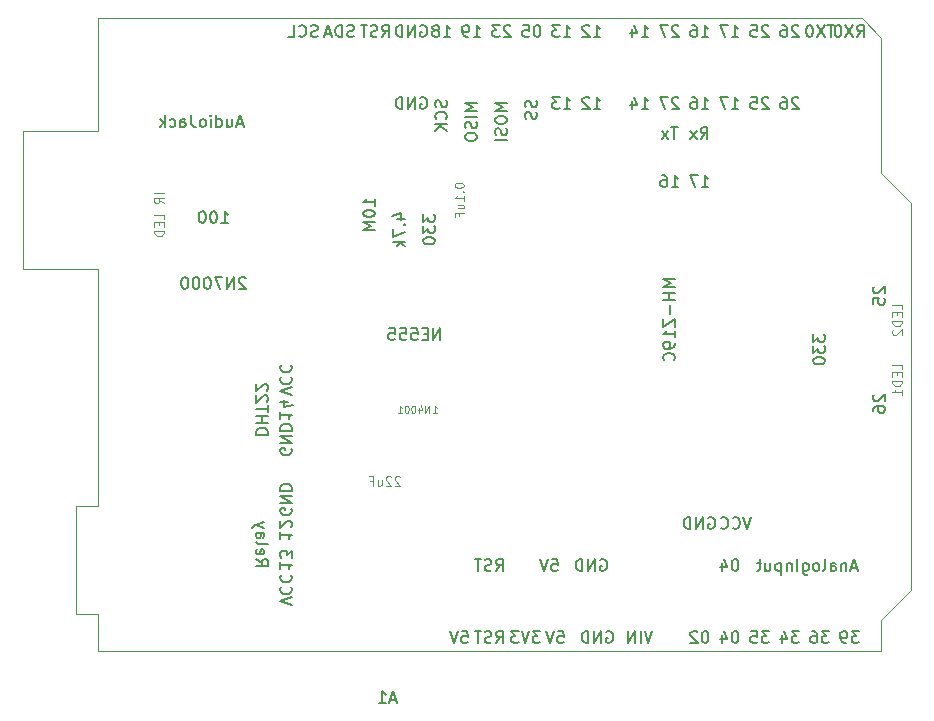
<source format=gbo>
%TF.GenerationSoftware,KiCad,Pcbnew,(5.1.12)-1*%
%TF.CreationDate,2022-07-01T18:07:02+09:00*%
%TF.ProjectId,WemosD1Shield,57656d6f-7344-4315-9368-69656c642e6b,rev?*%
%TF.SameCoordinates,Original*%
%TF.FileFunction,Legend,Bot*%
%TF.FilePolarity,Positive*%
%FSLAX46Y46*%
G04 Gerber Fmt 4.6, Leading zero omitted, Abs format (unit mm)*
G04 Created by KiCad (PCBNEW (5.1.12)-1) date 2022-07-01 18:07:02*
%MOMM*%
%LPD*%
G01*
G04 APERTURE LIST*
%ADD10C,0.150000*%
%ADD11C,0.120000*%
%ADD12C,0.114000*%
%ADD13C,0.091200*%
G04 APERTURE END LIST*
D10*
X179887619Y-115570095D02*
X179840000Y-115617714D01*
X179792380Y-115712952D01*
X179792380Y-115951047D01*
X179840000Y-116046285D01*
X179887619Y-116093904D01*
X179982857Y-116141523D01*
X180078095Y-116141523D01*
X180220952Y-116093904D01*
X180792380Y-115522476D01*
X180792380Y-116141523D01*
X179792380Y-116998666D02*
X179792380Y-116808190D01*
X179840000Y-116712952D01*
X179887619Y-116665333D01*
X180030476Y-116570095D01*
X180220952Y-116522476D01*
X180601904Y-116522476D01*
X180697142Y-116570095D01*
X180744761Y-116617714D01*
X180792380Y-116712952D01*
X180792380Y-116903428D01*
X180744761Y-116998666D01*
X180697142Y-117046285D01*
X180601904Y-117093904D01*
X180363809Y-117093904D01*
X180268571Y-117046285D01*
X180220952Y-116998666D01*
X180173333Y-116903428D01*
X180173333Y-116712952D01*
X180220952Y-116617714D01*
X180268571Y-116570095D01*
X180363809Y-116522476D01*
X179887619Y-106426095D02*
X179840000Y-106473714D01*
X179792380Y-106568952D01*
X179792380Y-106807047D01*
X179840000Y-106902285D01*
X179887619Y-106949904D01*
X179982857Y-106997523D01*
X180078095Y-106997523D01*
X180220952Y-106949904D01*
X180792380Y-106378476D01*
X180792380Y-106997523D01*
X179792380Y-107902285D02*
X179792380Y-107426095D01*
X180268571Y-107378476D01*
X180220952Y-107426095D01*
X180173333Y-107521333D01*
X180173333Y-107759428D01*
X180220952Y-107854666D01*
X180268571Y-107902285D01*
X180363809Y-107949904D01*
X180601904Y-107949904D01*
X180697142Y-107902285D01*
X180744761Y-107854666D01*
X180792380Y-107759428D01*
X180792380Y-107521333D01*
X180744761Y-107426095D01*
X180697142Y-107378476D01*
X162750476Y-97988380D02*
X163321904Y-97988380D01*
X163036190Y-97988380D02*
X163036190Y-96988380D01*
X163131428Y-97131238D01*
X163226666Y-97226476D01*
X163321904Y-97274095D01*
X161893333Y-96988380D02*
X162083809Y-96988380D01*
X162179047Y-97036000D01*
X162226666Y-97083619D01*
X162321904Y-97226476D01*
X162369523Y-97416952D01*
X162369523Y-97797904D01*
X162321904Y-97893142D01*
X162274285Y-97940761D01*
X162179047Y-97988380D01*
X161988571Y-97988380D01*
X161893333Y-97940761D01*
X161845714Y-97893142D01*
X161798095Y-97797904D01*
X161798095Y-97559809D01*
X161845714Y-97464571D01*
X161893333Y-97416952D01*
X161988571Y-97369333D01*
X162179047Y-97369333D01*
X162274285Y-97416952D01*
X162321904Y-97464571D01*
X162369523Y-97559809D01*
X165290476Y-97988380D02*
X165861904Y-97988380D01*
X165576190Y-97988380D02*
X165576190Y-96988380D01*
X165671428Y-97131238D01*
X165766666Y-97226476D01*
X165861904Y-97274095D01*
X164957142Y-96988380D02*
X164290476Y-96988380D01*
X164719047Y-97988380D01*
X130548000Y-125221904D02*
X130595619Y-125317142D01*
X130595619Y-125460000D01*
X130548000Y-125602857D01*
X130452761Y-125698095D01*
X130357523Y-125745714D01*
X130167047Y-125793333D01*
X130024190Y-125793333D01*
X129833714Y-125745714D01*
X129738476Y-125698095D01*
X129643238Y-125602857D01*
X129595619Y-125460000D01*
X129595619Y-125364761D01*
X129643238Y-125221904D01*
X129690857Y-125174285D01*
X130024190Y-125174285D01*
X130024190Y-125364761D01*
X129595619Y-124745714D02*
X130595619Y-124745714D01*
X129595619Y-124174285D01*
X130595619Y-124174285D01*
X129595619Y-123698095D02*
X130595619Y-123698095D01*
X130595619Y-123460000D01*
X130548000Y-123317142D01*
X130452761Y-123221904D01*
X130357523Y-123174285D01*
X130167047Y-123126666D01*
X130024190Y-123126666D01*
X129833714Y-123174285D01*
X129738476Y-123221904D01*
X129643238Y-123317142D01*
X129595619Y-123460000D01*
X129595619Y-123698095D01*
X130595619Y-133413333D02*
X129595619Y-133080000D01*
X130595619Y-132746666D01*
X129690857Y-131841904D02*
X129643238Y-131889523D01*
X129595619Y-132032380D01*
X129595619Y-132127619D01*
X129643238Y-132270476D01*
X129738476Y-132365714D01*
X129833714Y-132413333D01*
X130024190Y-132460952D01*
X130167047Y-132460952D01*
X130357523Y-132413333D01*
X130452761Y-132365714D01*
X130548000Y-132270476D01*
X130595619Y-132127619D01*
X130595619Y-132032380D01*
X130548000Y-131889523D01*
X130500380Y-131841904D01*
X129690857Y-130841904D02*
X129643238Y-130889523D01*
X129595619Y-131032380D01*
X129595619Y-131127619D01*
X129643238Y-131270476D01*
X129738476Y-131365714D01*
X129833714Y-131413333D01*
X130024190Y-131460952D01*
X130167047Y-131460952D01*
X130357523Y-131413333D01*
X130452761Y-131365714D01*
X130548000Y-131270476D01*
X130595619Y-131127619D01*
X130595619Y-131032380D01*
X130548000Y-130889523D01*
X130500380Y-130841904D01*
X129595619Y-127190476D02*
X129595619Y-127761904D01*
X129595619Y-127476190D02*
X130595619Y-127476190D01*
X130452761Y-127571428D01*
X130357523Y-127666666D01*
X130309904Y-127761904D01*
X130500380Y-126809523D02*
X130548000Y-126761904D01*
X130595619Y-126666666D01*
X130595619Y-126428571D01*
X130548000Y-126333333D01*
X130500380Y-126285714D01*
X130405142Y-126238095D01*
X130309904Y-126238095D01*
X130167047Y-126285714D01*
X129595619Y-126857142D01*
X129595619Y-126238095D01*
X129595619Y-129730476D02*
X129595619Y-130301904D01*
X129595619Y-130016190D02*
X130595619Y-130016190D01*
X130452761Y-130111428D01*
X130357523Y-130206666D01*
X130309904Y-130301904D01*
X130595619Y-129397142D02*
X130595619Y-128778095D01*
X130214666Y-129111428D01*
X130214666Y-128968571D01*
X130167047Y-128873333D01*
X130119428Y-128825714D01*
X130024190Y-128778095D01*
X129786095Y-128778095D01*
X129690857Y-128825714D01*
X129643238Y-128873333D01*
X129595619Y-128968571D01*
X129595619Y-129254285D01*
X129643238Y-129349523D01*
X129690857Y-129397142D01*
X129595619Y-117030476D02*
X129595619Y-117601904D01*
X129595619Y-117316190D02*
X130595619Y-117316190D01*
X130452761Y-117411428D01*
X130357523Y-117506666D01*
X130309904Y-117601904D01*
X130262285Y-116173333D02*
X129595619Y-116173333D01*
X130643238Y-116411428D02*
X129928952Y-116649523D01*
X129928952Y-116030476D01*
X130548000Y-120141904D02*
X130595619Y-120237142D01*
X130595619Y-120380000D01*
X130548000Y-120522857D01*
X130452761Y-120618095D01*
X130357523Y-120665714D01*
X130167047Y-120713333D01*
X130024190Y-120713333D01*
X129833714Y-120665714D01*
X129738476Y-120618095D01*
X129643238Y-120522857D01*
X129595619Y-120380000D01*
X129595619Y-120284761D01*
X129643238Y-120141904D01*
X129690857Y-120094285D01*
X130024190Y-120094285D01*
X130024190Y-120284761D01*
X129595619Y-119665714D02*
X130595619Y-119665714D01*
X129595619Y-119094285D01*
X130595619Y-119094285D01*
X129595619Y-118618095D02*
X130595619Y-118618095D01*
X130595619Y-118380000D01*
X130548000Y-118237142D01*
X130452761Y-118141904D01*
X130357523Y-118094285D01*
X130167047Y-118046666D01*
X130024190Y-118046666D01*
X129833714Y-118094285D01*
X129738476Y-118141904D01*
X129643238Y-118237142D01*
X129595619Y-118380000D01*
X129595619Y-118618095D01*
X130595619Y-115633333D02*
X129595619Y-115300000D01*
X130595619Y-114966666D01*
X129690857Y-114061904D02*
X129643238Y-114109523D01*
X129595619Y-114252380D01*
X129595619Y-114347619D01*
X129643238Y-114490476D01*
X129738476Y-114585714D01*
X129833714Y-114633333D01*
X130024190Y-114680952D01*
X130167047Y-114680952D01*
X130357523Y-114633333D01*
X130452761Y-114585714D01*
X130548000Y-114490476D01*
X130595619Y-114347619D01*
X130595619Y-114252380D01*
X130548000Y-114109523D01*
X130500380Y-114061904D01*
X129690857Y-113061904D02*
X129643238Y-113109523D01*
X129595619Y-113252380D01*
X129595619Y-113347619D01*
X129643238Y-113490476D01*
X129738476Y-113585714D01*
X129833714Y-113633333D01*
X130024190Y-113680952D01*
X130167047Y-113680952D01*
X130357523Y-113633333D01*
X130452761Y-113585714D01*
X130548000Y-113490476D01*
X130595619Y-113347619D01*
X130595619Y-113252380D01*
X130548000Y-113109523D01*
X130500380Y-113061904D01*
X169481333Y-125944380D02*
X169148000Y-126944380D01*
X168814666Y-125944380D01*
X167909904Y-126849142D02*
X167957523Y-126896761D01*
X168100380Y-126944380D01*
X168195619Y-126944380D01*
X168338476Y-126896761D01*
X168433714Y-126801523D01*
X168481333Y-126706285D01*
X168528952Y-126515809D01*
X168528952Y-126372952D01*
X168481333Y-126182476D01*
X168433714Y-126087238D01*
X168338476Y-125992000D01*
X168195619Y-125944380D01*
X168100380Y-125944380D01*
X167957523Y-125992000D01*
X167909904Y-126039619D01*
X166909904Y-126849142D02*
X166957523Y-126896761D01*
X167100380Y-126944380D01*
X167195619Y-126944380D01*
X167338476Y-126896761D01*
X167433714Y-126801523D01*
X167481333Y-126706285D01*
X167528952Y-126515809D01*
X167528952Y-126372952D01*
X167481333Y-126182476D01*
X167433714Y-126087238D01*
X167338476Y-125992000D01*
X167195619Y-125944380D01*
X167100380Y-125944380D01*
X166957523Y-125992000D01*
X166909904Y-126039619D01*
X165861904Y-125992000D02*
X165957142Y-125944380D01*
X166100000Y-125944380D01*
X166242857Y-125992000D01*
X166338095Y-126087238D01*
X166385714Y-126182476D01*
X166433333Y-126372952D01*
X166433333Y-126515809D01*
X166385714Y-126706285D01*
X166338095Y-126801523D01*
X166242857Y-126896761D01*
X166100000Y-126944380D01*
X166004761Y-126944380D01*
X165861904Y-126896761D01*
X165814285Y-126849142D01*
X165814285Y-126515809D01*
X166004761Y-126515809D01*
X165385714Y-126944380D02*
X165385714Y-125944380D01*
X164814285Y-126944380D01*
X164814285Y-125944380D01*
X164338095Y-126944380D02*
X164338095Y-125944380D01*
X164100000Y-125944380D01*
X163957142Y-125992000D01*
X163861904Y-126087238D01*
X163814285Y-126182476D01*
X163766666Y-126372952D01*
X163766666Y-126515809D01*
X163814285Y-126706285D01*
X163861904Y-126801523D01*
X163957142Y-126896761D01*
X164100000Y-126944380D01*
X164338095Y-126944380D01*
X148788380Y-90884571D02*
X147788380Y-90884571D01*
X148502666Y-91217904D01*
X147788380Y-91551238D01*
X148788380Y-91551238D01*
X147788380Y-92217904D02*
X147788380Y-92408380D01*
X147836000Y-92503619D01*
X147931238Y-92598857D01*
X148121714Y-92646476D01*
X148455047Y-92646476D01*
X148645523Y-92598857D01*
X148740761Y-92503619D01*
X148788380Y-92408380D01*
X148788380Y-92217904D01*
X148740761Y-92122666D01*
X148645523Y-92027428D01*
X148455047Y-91979809D01*
X148121714Y-91979809D01*
X147931238Y-92027428D01*
X147836000Y-92122666D01*
X147788380Y-92217904D01*
X148740761Y-93027428D02*
X148788380Y-93170285D01*
X148788380Y-93408380D01*
X148740761Y-93503619D01*
X148693142Y-93551238D01*
X148597904Y-93598857D01*
X148502666Y-93598857D01*
X148407428Y-93551238D01*
X148359809Y-93503619D01*
X148312190Y-93408380D01*
X148264571Y-93217904D01*
X148216952Y-93122666D01*
X148169333Y-93075047D01*
X148074095Y-93027428D01*
X147978857Y-93027428D01*
X147883619Y-93075047D01*
X147836000Y-93122666D01*
X147788380Y-93217904D01*
X147788380Y-93456000D01*
X147836000Y-93598857D01*
X148788380Y-94027428D02*
X147788380Y-94027428D01*
X143660761Y-90662285D02*
X143708380Y-90805142D01*
X143708380Y-91043238D01*
X143660761Y-91138476D01*
X143613142Y-91186095D01*
X143517904Y-91233714D01*
X143422666Y-91233714D01*
X143327428Y-91186095D01*
X143279809Y-91138476D01*
X143232190Y-91043238D01*
X143184571Y-90852761D01*
X143136952Y-90757523D01*
X143089333Y-90709904D01*
X142994095Y-90662285D01*
X142898857Y-90662285D01*
X142803619Y-90709904D01*
X142756000Y-90757523D01*
X142708380Y-90852761D01*
X142708380Y-91090857D01*
X142756000Y-91233714D01*
X143613142Y-92233714D02*
X143660761Y-92186095D01*
X143708380Y-92043238D01*
X143708380Y-91948000D01*
X143660761Y-91805142D01*
X143565523Y-91709904D01*
X143470285Y-91662285D01*
X143279809Y-91614666D01*
X143136952Y-91614666D01*
X142946476Y-91662285D01*
X142851238Y-91709904D01*
X142756000Y-91805142D01*
X142708380Y-91948000D01*
X142708380Y-92043238D01*
X142756000Y-92186095D01*
X142803619Y-92233714D01*
X143708380Y-92662285D02*
X142708380Y-92662285D01*
X143708380Y-93233714D02*
X143136952Y-92805142D01*
X142708380Y-93233714D02*
X143279809Y-92662285D01*
X146248380Y-90884571D02*
X145248380Y-90884571D01*
X145962666Y-91217904D01*
X145248380Y-91551238D01*
X146248380Y-91551238D01*
X146248380Y-92027428D02*
X145248380Y-92027428D01*
X146200761Y-92456000D02*
X146248380Y-92598857D01*
X146248380Y-92836952D01*
X146200761Y-92932190D01*
X146153142Y-92979809D01*
X146057904Y-93027428D01*
X145962666Y-93027428D01*
X145867428Y-92979809D01*
X145819809Y-92932190D01*
X145772190Y-92836952D01*
X145724571Y-92646476D01*
X145676952Y-92551238D01*
X145629333Y-92503619D01*
X145534095Y-92456000D01*
X145438857Y-92456000D01*
X145343619Y-92503619D01*
X145296000Y-92551238D01*
X145248380Y-92646476D01*
X145248380Y-92884571D01*
X145296000Y-93027428D01*
X145248380Y-93646476D02*
X145248380Y-93836952D01*
X145296000Y-93932190D01*
X145391238Y-94027428D01*
X145581714Y-94075047D01*
X145915047Y-94075047D01*
X146105523Y-94027428D01*
X146200761Y-93932190D01*
X146248380Y-93836952D01*
X146248380Y-93646476D01*
X146200761Y-93551238D01*
X146105523Y-93456000D01*
X145915047Y-93408380D01*
X145581714Y-93408380D01*
X145391238Y-93456000D01*
X145296000Y-93551238D01*
X145248380Y-93646476D01*
X151280761Y-90678095D02*
X151328380Y-90820952D01*
X151328380Y-91059047D01*
X151280761Y-91154285D01*
X151233142Y-91201904D01*
X151137904Y-91249523D01*
X151042666Y-91249523D01*
X150947428Y-91201904D01*
X150899809Y-91154285D01*
X150852190Y-91059047D01*
X150804571Y-90868571D01*
X150756952Y-90773333D01*
X150709333Y-90725714D01*
X150614095Y-90678095D01*
X150518857Y-90678095D01*
X150423619Y-90725714D01*
X150376000Y-90773333D01*
X150328380Y-90868571D01*
X150328380Y-91106666D01*
X150376000Y-91249523D01*
X151280761Y-91630476D02*
X151328380Y-91773333D01*
X151328380Y-92011428D01*
X151280761Y-92106666D01*
X151233142Y-92154285D01*
X151137904Y-92201904D01*
X151042666Y-92201904D01*
X150947428Y-92154285D01*
X150899809Y-92106666D01*
X150852190Y-92011428D01*
X150804571Y-91820952D01*
X150756952Y-91725714D01*
X150709333Y-91678095D01*
X150614095Y-91630476D01*
X150518857Y-91630476D01*
X150423619Y-91678095D01*
X150376000Y-91725714D01*
X150328380Y-91820952D01*
X150328380Y-92059047D01*
X150376000Y-92201904D01*
X178434476Y-130214666D02*
X177958285Y-130214666D01*
X178529714Y-130500380D02*
X178196380Y-129500380D01*
X177863047Y-130500380D01*
X177529714Y-129833714D02*
X177529714Y-130500380D01*
X177529714Y-129928952D02*
X177482095Y-129881333D01*
X177386857Y-129833714D01*
X177244000Y-129833714D01*
X177148761Y-129881333D01*
X177101142Y-129976571D01*
X177101142Y-130500380D01*
X176196380Y-130500380D02*
X176196380Y-129976571D01*
X176244000Y-129881333D01*
X176339238Y-129833714D01*
X176529714Y-129833714D01*
X176624952Y-129881333D01*
X176196380Y-130452761D02*
X176291619Y-130500380D01*
X176529714Y-130500380D01*
X176624952Y-130452761D01*
X176672571Y-130357523D01*
X176672571Y-130262285D01*
X176624952Y-130167047D01*
X176529714Y-130119428D01*
X176291619Y-130119428D01*
X176196380Y-130071809D01*
X175577333Y-130500380D02*
X175672571Y-130452761D01*
X175720190Y-130357523D01*
X175720190Y-129500380D01*
X175053523Y-130500380D02*
X175148761Y-130452761D01*
X175196380Y-130405142D01*
X175244000Y-130309904D01*
X175244000Y-130024190D01*
X175196380Y-129928952D01*
X175148761Y-129881333D01*
X175053523Y-129833714D01*
X174910666Y-129833714D01*
X174815428Y-129881333D01*
X174767809Y-129928952D01*
X174720190Y-130024190D01*
X174720190Y-130309904D01*
X174767809Y-130405142D01*
X174815428Y-130452761D01*
X174910666Y-130500380D01*
X175053523Y-130500380D01*
X173863047Y-129833714D02*
X173863047Y-130643238D01*
X173910666Y-130738476D01*
X173958285Y-130786095D01*
X174053523Y-130833714D01*
X174196380Y-130833714D01*
X174291619Y-130786095D01*
X173863047Y-130452761D02*
X173958285Y-130500380D01*
X174148761Y-130500380D01*
X174244000Y-130452761D01*
X174291619Y-130405142D01*
X174339238Y-130309904D01*
X174339238Y-130024190D01*
X174291619Y-129928952D01*
X174244000Y-129881333D01*
X174148761Y-129833714D01*
X173958285Y-129833714D01*
X173863047Y-129881333D01*
X173386857Y-130500380D02*
X173386857Y-129500380D01*
X172910666Y-129833714D02*
X172910666Y-130500380D01*
X172910666Y-129928952D02*
X172863047Y-129881333D01*
X172767809Y-129833714D01*
X172624952Y-129833714D01*
X172529714Y-129881333D01*
X172482095Y-129976571D01*
X172482095Y-130500380D01*
X172005904Y-129833714D02*
X172005904Y-130833714D01*
X172005904Y-129881333D02*
X171910666Y-129833714D01*
X171720190Y-129833714D01*
X171624952Y-129881333D01*
X171577333Y-129928952D01*
X171529714Y-130024190D01*
X171529714Y-130309904D01*
X171577333Y-130405142D01*
X171624952Y-130452761D01*
X171720190Y-130500380D01*
X171910666Y-130500380D01*
X172005904Y-130452761D01*
X170672571Y-129833714D02*
X170672571Y-130500380D01*
X171101142Y-129833714D02*
X171101142Y-130357523D01*
X171053523Y-130452761D01*
X170958285Y-130500380D01*
X170815428Y-130500380D01*
X170720190Y-130452761D01*
X170672571Y-130405142D01*
X170339238Y-129833714D02*
X169958285Y-129833714D01*
X170196380Y-129500380D02*
X170196380Y-130357523D01*
X170148761Y-130452761D01*
X170053523Y-130500380D01*
X169958285Y-130500380D01*
X178609523Y-135596380D02*
X177990476Y-135596380D01*
X178323809Y-135977333D01*
X178180952Y-135977333D01*
X178085714Y-136024952D01*
X178038095Y-136072571D01*
X177990476Y-136167809D01*
X177990476Y-136405904D01*
X178038095Y-136501142D01*
X178085714Y-136548761D01*
X178180952Y-136596380D01*
X178466666Y-136596380D01*
X178561904Y-136548761D01*
X178609523Y-136501142D01*
X177514285Y-136596380D02*
X177323809Y-136596380D01*
X177228571Y-136548761D01*
X177180952Y-136501142D01*
X177085714Y-136358285D01*
X177038095Y-136167809D01*
X177038095Y-135786857D01*
X177085714Y-135691619D01*
X177133333Y-135644000D01*
X177228571Y-135596380D01*
X177419047Y-135596380D01*
X177514285Y-135644000D01*
X177561904Y-135691619D01*
X177609523Y-135786857D01*
X177609523Y-136024952D01*
X177561904Y-136120190D01*
X177514285Y-136167809D01*
X177419047Y-136215428D01*
X177228571Y-136215428D01*
X177133333Y-136167809D01*
X177085714Y-136120190D01*
X177038095Y-136024952D01*
X173529523Y-135596380D02*
X172910476Y-135596380D01*
X173243809Y-135977333D01*
X173100952Y-135977333D01*
X173005714Y-136024952D01*
X172958095Y-136072571D01*
X172910476Y-136167809D01*
X172910476Y-136405904D01*
X172958095Y-136501142D01*
X173005714Y-136548761D01*
X173100952Y-136596380D01*
X173386666Y-136596380D01*
X173481904Y-136548761D01*
X173529523Y-136501142D01*
X172053333Y-135929714D02*
X172053333Y-136596380D01*
X172291428Y-135548761D02*
X172529523Y-136263047D01*
X171910476Y-136263047D01*
X170989523Y-135596380D02*
X170370476Y-135596380D01*
X170703809Y-135977333D01*
X170560952Y-135977333D01*
X170465714Y-136024952D01*
X170418095Y-136072571D01*
X170370476Y-136167809D01*
X170370476Y-136405904D01*
X170418095Y-136501142D01*
X170465714Y-136548761D01*
X170560952Y-136596380D01*
X170846666Y-136596380D01*
X170941904Y-136548761D01*
X170989523Y-136501142D01*
X169465714Y-135596380D02*
X169941904Y-135596380D01*
X169989523Y-136072571D01*
X169941904Y-136024952D01*
X169846666Y-135977333D01*
X169608571Y-135977333D01*
X169513333Y-136024952D01*
X169465714Y-136072571D01*
X169418095Y-136167809D01*
X169418095Y-136405904D01*
X169465714Y-136501142D01*
X169513333Y-136548761D01*
X169608571Y-136596380D01*
X169846666Y-136596380D01*
X169941904Y-136548761D01*
X169989523Y-136501142D01*
X176069523Y-135596380D02*
X175450476Y-135596380D01*
X175783809Y-135977333D01*
X175640952Y-135977333D01*
X175545714Y-136024952D01*
X175498095Y-136072571D01*
X175450476Y-136167809D01*
X175450476Y-136405904D01*
X175498095Y-136501142D01*
X175545714Y-136548761D01*
X175640952Y-136596380D01*
X175926666Y-136596380D01*
X176021904Y-136548761D01*
X176069523Y-136501142D01*
X174593333Y-135596380D02*
X174783809Y-135596380D01*
X174879047Y-135644000D01*
X174926666Y-135691619D01*
X175021904Y-135834476D01*
X175069523Y-136024952D01*
X175069523Y-136405904D01*
X175021904Y-136501142D01*
X174974285Y-136548761D01*
X174879047Y-136596380D01*
X174688571Y-136596380D01*
X174593333Y-136548761D01*
X174545714Y-136501142D01*
X174498095Y-136405904D01*
X174498095Y-136167809D01*
X174545714Y-136072571D01*
X174593333Y-136024952D01*
X174688571Y-135977333D01*
X174879047Y-135977333D01*
X174974285Y-136024952D01*
X175021904Y-136072571D01*
X175069523Y-136167809D01*
X165623809Y-135596380D02*
X165528571Y-135596380D01*
X165433333Y-135644000D01*
X165385714Y-135691619D01*
X165338095Y-135786857D01*
X165290476Y-135977333D01*
X165290476Y-136215428D01*
X165338095Y-136405904D01*
X165385714Y-136501142D01*
X165433333Y-136548761D01*
X165528571Y-136596380D01*
X165623809Y-136596380D01*
X165719047Y-136548761D01*
X165766666Y-136501142D01*
X165814285Y-136405904D01*
X165861904Y-136215428D01*
X165861904Y-135977333D01*
X165814285Y-135786857D01*
X165766666Y-135691619D01*
X165719047Y-135644000D01*
X165623809Y-135596380D01*
X164909523Y-135691619D02*
X164861904Y-135644000D01*
X164766666Y-135596380D01*
X164528571Y-135596380D01*
X164433333Y-135644000D01*
X164385714Y-135691619D01*
X164338095Y-135786857D01*
X164338095Y-135882095D01*
X164385714Y-136024952D01*
X164957142Y-136596380D01*
X164338095Y-136596380D01*
X168163809Y-135596380D02*
X168068571Y-135596380D01*
X167973333Y-135644000D01*
X167925714Y-135691619D01*
X167878095Y-135786857D01*
X167830476Y-135977333D01*
X167830476Y-136215428D01*
X167878095Y-136405904D01*
X167925714Y-136501142D01*
X167973333Y-136548761D01*
X168068571Y-136596380D01*
X168163809Y-136596380D01*
X168259047Y-136548761D01*
X168306666Y-136501142D01*
X168354285Y-136405904D01*
X168401904Y-136215428D01*
X168401904Y-135977333D01*
X168354285Y-135786857D01*
X168306666Y-135691619D01*
X168259047Y-135644000D01*
X168163809Y-135596380D01*
X166973333Y-135929714D02*
X166973333Y-136596380D01*
X167211428Y-135548761D02*
X167449523Y-136263047D01*
X166830476Y-136263047D01*
X151606095Y-135596380D02*
X150987047Y-135596380D01*
X151320380Y-135977333D01*
X151177523Y-135977333D01*
X151082285Y-136024952D01*
X151034666Y-136072571D01*
X150987047Y-136167809D01*
X150987047Y-136405904D01*
X151034666Y-136501142D01*
X151082285Y-136548761D01*
X151177523Y-136596380D01*
X151463238Y-136596380D01*
X151558476Y-136548761D01*
X151606095Y-136501142D01*
X150701333Y-135596380D02*
X150368000Y-136596380D01*
X150034666Y-135596380D01*
X149796571Y-135596380D02*
X149177523Y-135596380D01*
X149510857Y-135977333D01*
X149368000Y-135977333D01*
X149272761Y-136024952D01*
X149225142Y-136072571D01*
X149177523Y-136167809D01*
X149177523Y-136405904D01*
X149225142Y-136501142D01*
X149272761Y-136548761D01*
X149368000Y-136596380D01*
X149653714Y-136596380D01*
X149748952Y-136548761D01*
X149796571Y-136501142D01*
X153098476Y-135596380D02*
X153574666Y-135596380D01*
X153622285Y-136072571D01*
X153574666Y-136024952D01*
X153479428Y-135977333D01*
X153241333Y-135977333D01*
X153146095Y-136024952D01*
X153098476Y-136072571D01*
X153050857Y-136167809D01*
X153050857Y-136405904D01*
X153098476Y-136501142D01*
X153146095Y-136548761D01*
X153241333Y-136596380D01*
X153479428Y-136596380D01*
X153574666Y-136548761D01*
X153622285Y-136501142D01*
X152765142Y-135596380D02*
X152431809Y-136596380D01*
X152098476Y-135596380D01*
X144970476Y-135596380D02*
X145446666Y-135596380D01*
X145494285Y-136072571D01*
X145446666Y-136024952D01*
X145351428Y-135977333D01*
X145113333Y-135977333D01*
X145018095Y-136024952D01*
X144970476Y-136072571D01*
X144922857Y-136167809D01*
X144922857Y-136405904D01*
X144970476Y-136501142D01*
X145018095Y-136548761D01*
X145113333Y-136596380D01*
X145351428Y-136596380D01*
X145446666Y-136548761D01*
X145494285Y-136501142D01*
X144637142Y-135596380D02*
X144303809Y-136596380D01*
X143970476Y-135596380D01*
X157225904Y-135644000D02*
X157321142Y-135596380D01*
X157464000Y-135596380D01*
X157606857Y-135644000D01*
X157702095Y-135739238D01*
X157749714Y-135834476D01*
X157797333Y-136024952D01*
X157797333Y-136167809D01*
X157749714Y-136358285D01*
X157702095Y-136453523D01*
X157606857Y-136548761D01*
X157464000Y-136596380D01*
X157368761Y-136596380D01*
X157225904Y-136548761D01*
X157178285Y-136501142D01*
X157178285Y-136167809D01*
X157368761Y-136167809D01*
X156749714Y-136596380D02*
X156749714Y-135596380D01*
X156178285Y-136596380D01*
X156178285Y-135596380D01*
X155702095Y-136596380D02*
X155702095Y-135596380D01*
X155464000Y-135596380D01*
X155321142Y-135644000D01*
X155225904Y-135739238D01*
X155178285Y-135834476D01*
X155130666Y-136024952D01*
X155130666Y-136167809D01*
X155178285Y-136358285D01*
X155225904Y-136453523D01*
X155321142Y-136548761D01*
X155464000Y-136596380D01*
X155702095Y-136596380D01*
X147867619Y-136596380D02*
X148200952Y-136120190D01*
X148439047Y-136596380D02*
X148439047Y-135596380D01*
X148058095Y-135596380D01*
X147962857Y-135644000D01*
X147915238Y-135691619D01*
X147867619Y-135786857D01*
X147867619Y-135929714D01*
X147915238Y-136024952D01*
X147962857Y-136072571D01*
X148058095Y-136120190D01*
X148439047Y-136120190D01*
X147486666Y-136548761D02*
X147343809Y-136596380D01*
X147105714Y-136596380D01*
X147010476Y-136548761D01*
X146962857Y-136501142D01*
X146915238Y-136405904D01*
X146915238Y-136310666D01*
X146962857Y-136215428D01*
X147010476Y-136167809D01*
X147105714Y-136120190D01*
X147296190Y-136072571D01*
X147391428Y-136024952D01*
X147439047Y-135977333D01*
X147486666Y-135882095D01*
X147486666Y-135786857D01*
X147439047Y-135691619D01*
X147391428Y-135644000D01*
X147296190Y-135596380D01*
X147058095Y-135596380D01*
X146915238Y-135644000D01*
X146629523Y-135596380D02*
X146058095Y-135596380D01*
X146343809Y-136596380D02*
X146343809Y-135596380D01*
X161115238Y-135596380D02*
X160781904Y-136596380D01*
X160448571Y-135596380D01*
X160115238Y-136596380D02*
X160115238Y-135596380D01*
X159639047Y-136596380D02*
X159639047Y-135596380D01*
X159067619Y-136596380D01*
X159067619Y-135596380D01*
X135834285Y-85240761D02*
X135691428Y-85288380D01*
X135453333Y-85288380D01*
X135358095Y-85240761D01*
X135310476Y-85193142D01*
X135262857Y-85097904D01*
X135262857Y-85002666D01*
X135310476Y-84907428D01*
X135358095Y-84859809D01*
X135453333Y-84812190D01*
X135643809Y-84764571D01*
X135739047Y-84716952D01*
X135786666Y-84669333D01*
X135834285Y-84574095D01*
X135834285Y-84478857D01*
X135786666Y-84383619D01*
X135739047Y-84336000D01*
X135643809Y-84288380D01*
X135405714Y-84288380D01*
X135262857Y-84336000D01*
X134834285Y-85288380D02*
X134834285Y-84288380D01*
X134596190Y-84288380D01*
X134453333Y-84336000D01*
X134358095Y-84431238D01*
X134310476Y-84526476D01*
X134262857Y-84716952D01*
X134262857Y-84859809D01*
X134310476Y-85050285D01*
X134358095Y-85145523D01*
X134453333Y-85240761D01*
X134596190Y-85288380D01*
X134834285Y-85288380D01*
X133881904Y-85002666D02*
X133405714Y-85002666D01*
X133977142Y-85288380D02*
X133643809Y-84288380D01*
X133310476Y-85288380D01*
X138215619Y-85288380D02*
X138548952Y-84812190D01*
X138787047Y-85288380D02*
X138787047Y-84288380D01*
X138406095Y-84288380D01*
X138310857Y-84336000D01*
X138263238Y-84383619D01*
X138215619Y-84478857D01*
X138215619Y-84621714D01*
X138263238Y-84716952D01*
X138310857Y-84764571D01*
X138406095Y-84812190D01*
X138787047Y-84812190D01*
X137834666Y-85240761D02*
X137691809Y-85288380D01*
X137453714Y-85288380D01*
X137358476Y-85240761D01*
X137310857Y-85193142D01*
X137263238Y-85097904D01*
X137263238Y-85002666D01*
X137310857Y-84907428D01*
X137358476Y-84859809D01*
X137453714Y-84812190D01*
X137644190Y-84764571D01*
X137739428Y-84716952D01*
X137787047Y-84669333D01*
X137834666Y-84574095D01*
X137834666Y-84478857D01*
X137787047Y-84383619D01*
X137739428Y-84336000D01*
X137644190Y-84288380D01*
X137406095Y-84288380D01*
X137263238Y-84336000D01*
X136977523Y-84288380D02*
X136406095Y-84288380D01*
X136691809Y-85288380D02*
X136691809Y-84288380D01*
X149097904Y-84383619D02*
X149050285Y-84336000D01*
X148955047Y-84288380D01*
X148716952Y-84288380D01*
X148621714Y-84336000D01*
X148574095Y-84383619D01*
X148526476Y-84478857D01*
X148526476Y-84574095D01*
X148574095Y-84716952D01*
X149145523Y-85288380D01*
X148526476Y-85288380D01*
X148193142Y-84288380D02*
X147574095Y-84288380D01*
X147907428Y-84669333D01*
X147764571Y-84669333D01*
X147669333Y-84716952D01*
X147621714Y-84764571D01*
X147574095Y-84859809D01*
X147574095Y-85097904D01*
X147621714Y-85193142D01*
X147669333Y-85240761D01*
X147764571Y-85288380D01*
X148050285Y-85288380D01*
X148145523Y-85240761D01*
X148193142Y-85193142D01*
X143446476Y-85288380D02*
X144017904Y-85288380D01*
X143732190Y-85288380D02*
X143732190Y-84288380D01*
X143827428Y-84431238D01*
X143922666Y-84526476D01*
X144017904Y-84574095D01*
X142875047Y-84716952D02*
X142970285Y-84669333D01*
X143017904Y-84621714D01*
X143065523Y-84526476D01*
X143065523Y-84478857D01*
X143017904Y-84383619D01*
X142970285Y-84336000D01*
X142875047Y-84288380D01*
X142684571Y-84288380D01*
X142589333Y-84336000D01*
X142541714Y-84383619D01*
X142494095Y-84478857D01*
X142494095Y-84526476D01*
X142541714Y-84621714D01*
X142589333Y-84669333D01*
X142684571Y-84716952D01*
X142875047Y-84716952D01*
X142970285Y-84764571D01*
X143017904Y-84812190D01*
X143065523Y-84907428D01*
X143065523Y-85097904D01*
X143017904Y-85193142D01*
X142970285Y-85240761D01*
X142875047Y-85288380D01*
X142684571Y-85288380D01*
X142589333Y-85240761D01*
X142541714Y-85193142D01*
X142494095Y-85097904D01*
X142494095Y-84907428D01*
X142541714Y-84812190D01*
X142589333Y-84764571D01*
X142684571Y-84716952D01*
X145986476Y-85288380D02*
X146557904Y-85288380D01*
X146272190Y-85288380D02*
X146272190Y-84288380D01*
X146367428Y-84431238D01*
X146462666Y-84526476D01*
X146557904Y-84574095D01*
X145510285Y-85288380D02*
X145319809Y-85288380D01*
X145224571Y-85240761D01*
X145176952Y-85193142D01*
X145081714Y-85050285D01*
X145034095Y-84859809D01*
X145034095Y-84478857D01*
X145081714Y-84383619D01*
X145129333Y-84336000D01*
X145224571Y-84288380D01*
X145415047Y-84288380D01*
X145510285Y-84336000D01*
X145557904Y-84383619D01*
X145605523Y-84478857D01*
X145605523Y-84716952D01*
X145557904Y-84812190D01*
X145510285Y-84859809D01*
X145415047Y-84907428D01*
X145224571Y-84907428D01*
X145129333Y-84859809D01*
X145081714Y-84812190D01*
X145034095Y-84716952D01*
X132762476Y-85240761D02*
X132619619Y-85288380D01*
X132381523Y-85288380D01*
X132286285Y-85240761D01*
X132238666Y-85193142D01*
X132191047Y-85097904D01*
X132191047Y-85002666D01*
X132238666Y-84907428D01*
X132286285Y-84859809D01*
X132381523Y-84812190D01*
X132572000Y-84764571D01*
X132667238Y-84716952D01*
X132714857Y-84669333D01*
X132762476Y-84574095D01*
X132762476Y-84478857D01*
X132714857Y-84383619D01*
X132667238Y-84336000D01*
X132572000Y-84288380D01*
X132333904Y-84288380D01*
X132191047Y-84336000D01*
X131191047Y-85193142D02*
X131238666Y-85240761D01*
X131381523Y-85288380D01*
X131476761Y-85288380D01*
X131619619Y-85240761D01*
X131714857Y-85145523D01*
X131762476Y-85050285D01*
X131810095Y-84859809D01*
X131810095Y-84716952D01*
X131762476Y-84526476D01*
X131714857Y-84431238D01*
X131619619Y-84336000D01*
X131476761Y-84288380D01*
X131381523Y-84288380D01*
X131238666Y-84336000D01*
X131191047Y-84383619D01*
X130286285Y-85288380D02*
X130762476Y-85288380D01*
X130762476Y-84288380D01*
X151399809Y-84288380D02*
X151304571Y-84288380D01*
X151209333Y-84336000D01*
X151161714Y-84383619D01*
X151114095Y-84478857D01*
X151066476Y-84669333D01*
X151066476Y-84907428D01*
X151114095Y-85097904D01*
X151161714Y-85193142D01*
X151209333Y-85240761D01*
X151304571Y-85288380D01*
X151399809Y-85288380D01*
X151495047Y-85240761D01*
X151542666Y-85193142D01*
X151590285Y-85097904D01*
X151637904Y-84907428D01*
X151637904Y-84669333D01*
X151590285Y-84478857D01*
X151542666Y-84383619D01*
X151495047Y-84336000D01*
X151399809Y-84288380D01*
X150161714Y-84288380D02*
X150637904Y-84288380D01*
X150685523Y-84764571D01*
X150637904Y-84716952D01*
X150542666Y-84669333D01*
X150304571Y-84669333D01*
X150209333Y-84716952D01*
X150161714Y-84764571D01*
X150114095Y-84859809D01*
X150114095Y-85097904D01*
X150161714Y-85193142D01*
X150209333Y-85240761D01*
X150304571Y-85288380D01*
X150542666Y-85288380D01*
X150637904Y-85240761D01*
X150685523Y-85193142D01*
X163250476Y-92924380D02*
X162679047Y-92924380D01*
X162964761Y-93924380D02*
X162964761Y-92924380D01*
X162440952Y-93924380D02*
X161917142Y-93257714D01*
X162440952Y-93257714D02*
X161917142Y-93924380D01*
X165195238Y-93924380D02*
X165528571Y-93448190D01*
X165766666Y-93924380D02*
X165766666Y-92924380D01*
X165385714Y-92924380D01*
X165290476Y-92972000D01*
X165242857Y-93019619D01*
X165195238Y-93114857D01*
X165195238Y-93257714D01*
X165242857Y-93352952D01*
X165290476Y-93400571D01*
X165385714Y-93448190D01*
X165766666Y-93448190D01*
X164861904Y-93924380D02*
X164338095Y-93257714D01*
X164861904Y-93257714D02*
X164338095Y-93924380D01*
X178442857Y-85288380D02*
X178776190Y-84812190D01*
X179014285Y-85288380D02*
X179014285Y-84288380D01*
X178633333Y-84288380D01*
X178538095Y-84336000D01*
X178490476Y-84383619D01*
X178442857Y-84478857D01*
X178442857Y-84621714D01*
X178490476Y-84716952D01*
X178538095Y-84764571D01*
X178633333Y-84812190D01*
X179014285Y-84812190D01*
X178109523Y-84288380D02*
X177442857Y-85288380D01*
X177442857Y-84288380D02*
X178109523Y-85288380D01*
X176871428Y-84288380D02*
X176776190Y-84288380D01*
X176680952Y-84336000D01*
X176633333Y-84383619D01*
X176585714Y-84478857D01*
X176538095Y-84669333D01*
X176538095Y-84907428D01*
X176585714Y-85097904D01*
X176633333Y-85193142D01*
X176680952Y-85240761D01*
X176776190Y-85288380D01*
X176871428Y-85288380D01*
X176966666Y-85240761D01*
X177014285Y-85193142D01*
X177061904Y-85097904D01*
X177109523Y-84907428D01*
X177109523Y-84669333D01*
X177061904Y-84478857D01*
X177014285Y-84383619D01*
X176966666Y-84336000D01*
X176871428Y-84288380D01*
X176498095Y-84288380D02*
X175926666Y-84288380D01*
X176212380Y-85288380D02*
X176212380Y-84288380D01*
X175688571Y-84288380D02*
X175021904Y-85288380D01*
X175021904Y-84288380D02*
X175688571Y-85288380D01*
X174450476Y-84288380D02*
X174355238Y-84288380D01*
X174260000Y-84336000D01*
X174212380Y-84383619D01*
X174164761Y-84478857D01*
X174117142Y-84669333D01*
X174117142Y-84907428D01*
X174164761Y-85097904D01*
X174212380Y-85193142D01*
X174260000Y-85240761D01*
X174355238Y-85288380D01*
X174450476Y-85288380D01*
X174545714Y-85240761D01*
X174593333Y-85193142D01*
X174640952Y-85097904D01*
X174688571Y-84907428D01*
X174688571Y-84669333D01*
X174640952Y-84478857D01*
X174593333Y-84383619D01*
X174545714Y-84336000D01*
X174450476Y-84288380D01*
X141477904Y-84336000D02*
X141573142Y-84288380D01*
X141716000Y-84288380D01*
X141858857Y-84336000D01*
X141954095Y-84431238D01*
X142001714Y-84526476D01*
X142049333Y-84716952D01*
X142049333Y-84859809D01*
X142001714Y-85050285D01*
X141954095Y-85145523D01*
X141858857Y-85240761D01*
X141716000Y-85288380D01*
X141620761Y-85288380D01*
X141477904Y-85240761D01*
X141430285Y-85193142D01*
X141430285Y-84859809D01*
X141620761Y-84859809D01*
X141001714Y-85288380D02*
X141001714Y-84288380D01*
X140430285Y-85288380D01*
X140430285Y-84288380D01*
X139954095Y-85288380D02*
X139954095Y-84288380D01*
X139716000Y-84288380D01*
X139573142Y-84336000D01*
X139477904Y-84431238D01*
X139430285Y-84526476D01*
X139382666Y-84716952D01*
X139382666Y-84859809D01*
X139430285Y-85050285D01*
X139477904Y-85145523D01*
X139573142Y-85240761D01*
X139716000Y-85288380D01*
X139954095Y-85288380D01*
X156146476Y-85288380D02*
X156717904Y-85288380D01*
X156432190Y-85288380D02*
X156432190Y-84288380D01*
X156527428Y-84431238D01*
X156622666Y-84526476D01*
X156717904Y-84574095D01*
X155765523Y-84383619D02*
X155717904Y-84336000D01*
X155622666Y-84288380D01*
X155384571Y-84288380D01*
X155289333Y-84336000D01*
X155241714Y-84383619D01*
X155194095Y-84478857D01*
X155194095Y-84574095D01*
X155241714Y-84716952D01*
X155813142Y-85288380D01*
X155194095Y-85288380D01*
X153606476Y-85288380D02*
X154177904Y-85288380D01*
X153892190Y-85288380D02*
X153892190Y-84288380D01*
X153987428Y-84431238D01*
X154082666Y-84526476D01*
X154177904Y-84574095D01*
X153273142Y-84288380D02*
X152654095Y-84288380D01*
X152987428Y-84669333D01*
X152844571Y-84669333D01*
X152749333Y-84716952D01*
X152701714Y-84764571D01*
X152654095Y-84859809D01*
X152654095Y-85097904D01*
X152701714Y-85193142D01*
X152749333Y-85240761D01*
X152844571Y-85288380D01*
X153130285Y-85288380D01*
X153225523Y-85240761D01*
X153273142Y-85193142D01*
X167830476Y-85288380D02*
X168401904Y-85288380D01*
X168116190Y-85288380D02*
X168116190Y-84288380D01*
X168211428Y-84431238D01*
X168306666Y-84526476D01*
X168401904Y-84574095D01*
X167497142Y-84288380D02*
X166830476Y-84288380D01*
X167259047Y-85288380D01*
X165290476Y-85288380D02*
X165861904Y-85288380D01*
X165576190Y-85288380D02*
X165576190Y-84288380D01*
X165671428Y-84431238D01*
X165766666Y-84526476D01*
X165861904Y-84574095D01*
X164433333Y-84288380D02*
X164623809Y-84288380D01*
X164719047Y-84336000D01*
X164766666Y-84383619D01*
X164861904Y-84526476D01*
X164909523Y-84716952D01*
X164909523Y-85097904D01*
X164861904Y-85193142D01*
X164814285Y-85240761D01*
X164719047Y-85288380D01*
X164528571Y-85288380D01*
X164433333Y-85240761D01*
X164385714Y-85193142D01*
X164338095Y-85097904D01*
X164338095Y-84859809D01*
X164385714Y-84764571D01*
X164433333Y-84716952D01*
X164528571Y-84669333D01*
X164719047Y-84669333D01*
X164814285Y-84716952D01*
X164861904Y-84764571D01*
X164909523Y-84859809D01*
X160210476Y-85288380D02*
X160781904Y-85288380D01*
X160496190Y-85288380D02*
X160496190Y-84288380D01*
X160591428Y-84431238D01*
X160686666Y-84526476D01*
X160781904Y-84574095D01*
X159353333Y-84621714D02*
X159353333Y-85288380D01*
X159591428Y-84240761D02*
X159829523Y-84955047D01*
X159210476Y-84955047D01*
X163321904Y-84383619D02*
X163274285Y-84336000D01*
X163179047Y-84288380D01*
X162940952Y-84288380D01*
X162845714Y-84336000D01*
X162798095Y-84383619D01*
X162750476Y-84478857D01*
X162750476Y-84574095D01*
X162798095Y-84716952D01*
X163369523Y-85288380D01*
X162750476Y-85288380D01*
X162417142Y-84288380D02*
X161750476Y-84288380D01*
X162179047Y-85288380D01*
X173481904Y-84383619D02*
X173434285Y-84336000D01*
X173339047Y-84288380D01*
X173100952Y-84288380D01*
X173005714Y-84336000D01*
X172958095Y-84383619D01*
X172910476Y-84478857D01*
X172910476Y-84574095D01*
X172958095Y-84716952D01*
X173529523Y-85288380D01*
X172910476Y-85288380D01*
X172053333Y-84288380D02*
X172243809Y-84288380D01*
X172339047Y-84336000D01*
X172386666Y-84383619D01*
X172481904Y-84526476D01*
X172529523Y-84716952D01*
X172529523Y-85097904D01*
X172481904Y-85193142D01*
X172434285Y-85240761D01*
X172339047Y-85288380D01*
X172148571Y-85288380D01*
X172053333Y-85240761D01*
X172005714Y-85193142D01*
X171958095Y-85097904D01*
X171958095Y-84859809D01*
X172005714Y-84764571D01*
X172053333Y-84716952D01*
X172148571Y-84669333D01*
X172339047Y-84669333D01*
X172434285Y-84716952D01*
X172481904Y-84764571D01*
X172529523Y-84859809D01*
X170941904Y-84383619D02*
X170894285Y-84336000D01*
X170799047Y-84288380D01*
X170560952Y-84288380D01*
X170465714Y-84336000D01*
X170418095Y-84383619D01*
X170370476Y-84478857D01*
X170370476Y-84574095D01*
X170418095Y-84716952D01*
X170989523Y-85288380D01*
X170370476Y-85288380D01*
X169465714Y-84288380D02*
X169941904Y-84288380D01*
X169989523Y-84764571D01*
X169941904Y-84716952D01*
X169846666Y-84669333D01*
X169608571Y-84669333D01*
X169513333Y-84716952D01*
X169465714Y-84764571D01*
X169418095Y-84859809D01*
X169418095Y-85097904D01*
X169465714Y-85193142D01*
X169513333Y-85240761D01*
X169608571Y-85288380D01*
X169846666Y-85288380D01*
X169941904Y-85240761D01*
X169989523Y-85193142D01*
X173481904Y-90479619D02*
X173434285Y-90432000D01*
X173339047Y-90384380D01*
X173100952Y-90384380D01*
X173005714Y-90432000D01*
X172958095Y-90479619D01*
X172910476Y-90574857D01*
X172910476Y-90670095D01*
X172958095Y-90812952D01*
X173529523Y-91384380D01*
X172910476Y-91384380D01*
X172053333Y-90384380D02*
X172243809Y-90384380D01*
X172339047Y-90432000D01*
X172386666Y-90479619D01*
X172481904Y-90622476D01*
X172529523Y-90812952D01*
X172529523Y-91193904D01*
X172481904Y-91289142D01*
X172434285Y-91336761D01*
X172339047Y-91384380D01*
X172148571Y-91384380D01*
X172053333Y-91336761D01*
X172005714Y-91289142D01*
X171958095Y-91193904D01*
X171958095Y-90955809D01*
X172005714Y-90860571D01*
X172053333Y-90812952D01*
X172148571Y-90765333D01*
X172339047Y-90765333D01*
X172434285Y-90812952D01*
X172481904Y-90860571D01*
X172529523Y-90955809D01*
X170941904Y-90479619D02*
X170894285Y-90432000D01*
X170799047Y-90384380D01*
X170560952Y-90384380D01*
X170465714Y-90432000D01*
X170418095Y-90479619D01*
X170370476Y-90574857D01*
X170370476Y-90670095D01*
X170418095Y-90812952D01*
X170989523Y-91384380D01*
X170370476Y-91384380D01*
X169465714Y-90384380D02*
X169941904Y-90384380D01*
X169989523Y-90860571D01*
X169941904Y-90812952D01*
X169846666Y-90765333D01*
X169608571Y-90765333D01*
X169513333Y-90812952D01*
X169465714Y-90860571D01*
X169418095Y-90955809D01*
X169418095Y-91193904D01*
X169465714Y-91289142D01*
X169513333Y-91336761D01*
X169608571Y-91384380D01*
X169846666Y-91384380D01*
X169941904Y-91336761D01*
X169989523Y-91289142D01*
X167830476Y-91384380D02*
X168401904Y-91384380D01*
X168116190Y-91384380D02*
X168116190Y-90384380D01*
X168211428Y-90527238D01*
X168306666Y-90622476D01*
X168401904Y-90670095D01*
X167497142Y-90384380D02*
X166830476Y-90384380D01*
X167259047Y-91384380D01*
X165290476Y-91384380D02*
X165861904Y-91384380D01*
X165576190Y-91384380D02*
X165576190Y-90384380D01*
X165671428Y-90527238D01*
X165766666Y-90622476D01*
X165861904Y-90670095D01*
X164433333Y-90384380D02*
X164623809Y-90384380D01*
X164719047Y-90432000D01*
X164766666Y-90479619D01*
X164861904Y-90622476D01*
X164909523Y-90812952D01*
X164909523Y-91193904D01*
X164861904Y-91289142D01*
X164814285Y-91336761D01*
X164719047Y-91384380D01*
X164528571Y-91384380D01*
X164433333Y-91336761D01*
X164385714Y-91289142D01*
X164338095Y-91193904D01*
X164338095Y-90955809D01*
X164385714Y-90860571D01*
X164433333Y-90812952D01*
X164528571Y-90765333D01*
X164719047Y-90765333D01*
X164814285Y-90812952D01*
X164861904Y-90860571D01*
X164909523Y-90955809D01*
X163321904Y-90479619D02*
X163274285Y-90432000D01*
X163179047Y-90384380D01*
X162940952Y-90384380D01*
X162845714Y-90432000D01*
X162798095Y-90479619D01*
X162750476Y-90574857D01*
X162750476Y-90670095D01*
X162798095Y-90812952D01*
X163369523Y-91384380D01*
X162750476Y-91384380D01*
X162417142Y-90384380D02*
X161750476Y-90384380D01*
X162179047Y-91384380D01*
X160210476Y-91384380D02*
X160781904Y-91384380D01*
X160496190Y-91384380D02*
X160496190Y-90384380D01*
X160591428Y-90527238D01*
X160686666Y-90622476D01*
X160781904Y-90670095D01*
X159353333Y-90717714D02*
X159353333Y-91384380D01*
X159591428Y-90336761D02*
X159829523Y-91051047D01*
X159210476Y-91051047D01*
X156146476Y-91384380D02*
X156717904Y-91384380D01*
X156432190Y-91384380D02*
X156432190Y-90384380D01*
X156527428Y-90527238D01*
X156622666Y-90622476D01*
X156717904Y-90670095D01*
X155765523Y-90479619D02*
X155717904Y-90432000D01*
X155622666Y-90384380D01*
X155384571Y-90384380D01*
X155289333Y-90432000D01*
X155241714Y-90479619D01*
X155194095Y-90574857D01*
X155194095Y-90670095D01*
X155241714Y-90812952D01*
X155813142Y-91384380D01*
X155194095Y-91384380D01*
X153606476Y-91384380D02*
X154177904Y-91384380D01*
X153892190Y-91384380D02*
X153892190Y-90384380D01*
X153987428Y-90527238D01*
X154082666Y-90622476D01*
X154177904Y-90670095D01*
X153273142Y-90384380D02*
X152654095Y-90384380D01*
X152987428Y-90765333D01*
X152844571Y-90765333D01*
X152749333Y-90812952D01*
X152701714Y-90860571D01*
X152654095Y-90955809D01*
X152654095Y-91193904D01*
X152701714Y-91289142D01*
X152749333Y-91336761D01*
X152844571Y-91384380D01*
X153130285Y-91384380D01*
X153225523Y-91336761D01*
X153273142Y-91289142D01*
X141477904Y-90432000D02*
X141573142Y-90384380D01*
X141716000Y-90384380D01*
X141858857Y-90432000D01*
X141954095Y-90527238D01*
X142001714Y-90622476D01*
X142049333Y-90812952D01*
X142049333Y-90955809D01*
X142001714Y-91146285D01*
X141954095Y-91241523D01*
X141858857Y-91336761D01*
X141716000Y-91384380D01*
X141620761Y-91384380D01*
X141477904Y-91336761D01*
X141430285Y-91289142D01*
X141430285Y-90955809D01*
X141620761Y-90955809D01*
X141001714Y-91384380D02*
X141001714Y-90384380D01*
X140430285Y-91384380D01*
X140430285Y-90384380D01*
X139954095Y-91384380D02*
X139954095Y-90384380D01*
X139716000Y-90384380D01*
X139573142Y-90432000D01*
X139477904Y-90527238D01*
X139430285Y-90622476D01*
X139382666Y-90812952D01*
X139382666Y-90955809D01*
X139430285Y-91146285D01*
X139477904Y-91241523D01*
X139573142Y-91336761D01*
X139716000Y-91384380D01*
X139954095Y-91384380D01*
X156717904Y-129548000D02*
X156813142Y-129500380D01*
X156956000Y-129500380D01*
X157098857Y-129548000D01*
X157194095Y-129643238D01*
X157241714Y-129738476D01*
X157289333Y-129928952D01*
X157289333Y-130071809D01*
X157241714Y-130262285D01*
X157194095Y-130357523D01*
X157098857Y-130452761D01*
X156956000Y-130500380D01*
X156860761Y-130500380D01*
X156717904Y-130452761D01*
X156670285Y-130405142D01*
X156670285Y-130071809D01*
X156860761Y-130071809D01*
X156241714Y-130500380D02*
X156241714Y-129500380D01*
X155670285Y-130500380D01*
X155670285Y-129500380D01*
X155194095Y-130500380D02*
X155194095Y-129500380D01*
X154956000Y-129500380D01*
X154813142Y-129548000D01*
X154717904Y-129643238D01*
X154670285Y-129738476D01*
X154622666Y-129928952D01*
X154622666Y-130071809D01*
X154670285Y-130262285D01*
X154717904Y-130357523D01*
X154813142Y-130452761D01*
X154956000Y-130500380D01*
X155194095Y-130500380D01*
X152590476Y-129500380D02*
X153066666Y-129500380D01*
X153114285Y-129976571D01*
X153066666Y-129928952D01*
X152971428Y-129881333D01*
X152733333Y-129881333D01*
X152638095Y-129928952D01*
X152590476Y-129976571D01*
X152542857Y-130071809D01*
X152542857Y-130309904D01*
X152590476Y-130405142D01*
X152638095Y-130452761D01*
X152733333Y-130500380D01*
X152971428Y-130500380D01*
X153066666Y-130452761D01*
X153114285Y-130405142D01*
X152257142Y-129500380D02*
X151923809Y-130500380D01*
X151590476Y-129500380D01*
D11*
%TO.C,A1*%
X183010000Y-99310000D02*
X183010000Y-132080000D01*
X183010000Y-132080000D02*
X180470000Y-134620000D01*
X180470000Y-134620000D02*
X180470000Y-137290000D01*
X180470000Y-137290000D02*
X114170000Y-137290000D01*
X114170000Y-137290000D02*
X114170000Y-134110000D01*
X114170000Y-134110000D02*
X112270000Y-134110000D01*
X112270000Y-134110000D02*
X112270000Y-124970000D01*
X112270000Y-124970000D02*
X114170000Y-124970000D01*
X114170000Y-124970000D02*
X114170000Y-104900000D01*
X114170000Y-104900000D02*
X107820000Y-104900000D01*
X107820000Y-104900000D02*
X107820000Y-93220000D01*
X107820000Y-93220000D02*
X114170000Y-93220000D01*
X114170000Y-93220000D02*
X114170000Y-83690000D01*
X114170000Y-83690000D02*
X178820000Y-83690000D01*
X178820000Y-83690000D02*
X180470000Y-85340000D01*
X180470000Y-85340000D02*
X180470000Y-96770000D01*
X180470000Y-96770000D02*
X183010000Y-99310000D01*
D10*
X139398285Y-141390666D02*
X138922095Y-141390666D01*
X139493523Y-141676380D02*
X139160190Y-140676380D01*
X138826857Y-141676380D01*
X137969714Y-141676380D02*
X138541142Y-141676380D01*
X138255428Y-141676380D02*
X138255428Y-140676380D01*
X138350666Y-140819238D01*
X138445904Y-140914476D01*
X138541142Y-140962095D01*
%TO.C,4.7k*%
X139485714Y-100671428D02*
X140152380Y-100671428D01*
X139104761Y-100433333D02*
X139819047Y-100195238D01*
X139819047Y-100814285D01*
X140057142Y-101195238D02*
X140104761Y-101242857D01*
X140152380Y-101195238D01*
X140104761Y-101147619D01*
X140057142Y-101195238D01*
X140152380Y-101195238D01*
X139152380Y-101576190D02*
X139152380Y-102242857D01*
X140152380Y-101814285D01*
X140152380Y-102623809D02*
X139152380Y-102623809D01*
X139771428Y-102719047D02*
X140152380Y-103004761D01*
X139485714Y-103004761D02*
X139866666Y-102623809D01*
%TO.C,10M*%
X137612380Y-99568095D02*
X137612380Y-98996666D01*
X137612380Y-99282380D02*
X136612380Y-99282380D01*
X136755238Y-99187142D01*
X136850476Y-99091904D01*
X136898095Y-98996666D01*
X136612380Y-100187142D02*
X136612380Y-100282380D01*
X136660000Y-100377619D01*
X136707619Y-100425238D01*
X136802857Y-100472857D01*
X136993333Y-100520476D01*
X137231428Y-100520476D01*
X137421904Y-100472857D01*
X137517142Y-100425238D01*
X137564761Y-100377619D01*
X137612380Y-100282380D01*
X137612380Y-100187142D01*
X137564761Y-100091904D01*
X137517142Y-100044285D01*
X137421904Y-99996666D01*
X137231428Y-99949047D01*
X136993333Y-99949047D01*
X136802857Y-99996666D01*
X136707619Y-100044285D01*
X136660000Y-100091904D01*
X136612380Y-100187142D01*
X137612380Y-100949047D02*
X136612380Y-100949047D01*
X137326666Y-101282380D01*
X136612380Y-101615714D01*
X137612380Y-101615714D01*
%TO.C,0.1uF*%
D12*
X144363809Y-97811428D02*
X144363809Y-97883809D01*
X144400000Y-97956190D01*
X144436190Y-97992380D01*
X144508571Y-98028571D01*
X144653333Y-98064761D01*
X144834285Y-98064761D01*
X144979047Y-98028571D01*
X145051428Y-97992380D01*
X145087619Y-97956190D01*
X145123809Y-97883809D01*
X145123809Y-97811428D01*
X145087619Y-97739047D01*
X145051428Y-97702857D01*
X144979047Y-97666666D01*
X144834285Y-97630476D01*
X144653333Y-97630476D01*
X144508571Y-97666666D01*
X144436190Y-97702857D01*
X144400000Y-97739047D01*
X144363809Y-97811428D01*
X145051428Y-98390476D02*
X145087619Y-98426666D01*
X145123809Y-98390476D01*
X145087619Y-98354285D01*
X145051428Y-98390476D01*
X145123809Y-98390476D01*
X145123809Y-99150476D02*
X145123809Y-98716190D01*
X145123809Y-98933333D02*
X144363809Y-98933333D01*
X144472380Y-98860952D01*
X144544761Y-98788571D01*
X144580952Y-98716190D01*
X144617142Y-99801904D02*
X145123809Y-99801904D01*
X144617142Y-99476190D02*
X145015238Y-99476190D01*
X145087619Y-99512380D01*
X145123809Y-99584761D01*
X145123809Y-99693333D01*
X145087619Y-99765714D01*
X145051428Y-99801904D01*
X144725714Y-100417142D02*
X144725714Y-100163809D01*
X145123809Y-100163809D02*
X144363809Y-100163809D01*
X144363809Y-100525714D01*
%TO.C,2N7000*%
D10*
X126666285Y-105719619D02*
X126618666Y-105672000D01*
X126523428Y-105624380D01*
X126285333Y-105624380D01*
X126190095Y-105672000D01*
X126142476Y-105719619D01*
X126094857Y-105814857D01*
X126094857Y-105910095D01*
X126142476Y-106052952D01*
X126713904Y-106624380D01*
X126094857Y-106624380D01*
X125666285Y-106624380D02*
X125666285Y-105624380D01*
X125094857Y-106624380D01*
X125094857Y-105624380D01*
X124713904Y-105624380D02*
X124047238Y-105624380D01*
X124475809Y-106624380D01*
X123475809Y-105624380D02*
X123380571Y-105624380D01*
X123285333Y-105672000D01*
X123237714Y-105719619D01*
X123190095Y-105814857D01*
X123142476Y-106005333D01*
X123142476Y-106243428D01*
X123190095Y-106433904D01*
X123237714Y-106529142D01*
X123285333Y-106576761D01*
X123380571Y-106624380D01*
X123475809Y-106624380D01*
X123571047Y-106576761D01*
X123618666Y-106529142D01*
X123666285Y-106433904D01*
X123713904Y-106243428D01*
X123713904Y-106005333D01*
X123666285Y-105814857D01*
X123618666Y-105719619D01*
X123571047Y-105672000D01*
X123475809Y-105624380D01*
X122523428Y-105624380D02*
X122428190Y-105624380D01*
X122332952Y-105672000D01*
X122285333Y-105719619D01*
X122237714Y-105814857D01*
X122190095Y-106005333D01*
X122190095Y-106243428D01*
X122237714Y-106433904D01*
X122285333Y-106529142D01*
X122332952Y-106576761D01*
X122428190Y-106624380D01*
X122523428Y-106624380D01*
X122618666Y-106576761D01*
X122666285Y-106529142D01*
X122713904Y-106433904D01*
X122761523Y-106243428D01*
X122761523Y-106005333D01*
X122713904Y-105814857D01*
X122666285Y-105719619D01*
X122618666Y-105672000D01*
X122523428Y-105624380D01*
X121571047Y-105624380D02*
X121475809Y-105624380D01*
X121380571Y-105672000D01*
X121332952Y-105719619D01*
X121285333Y-105814857D01*
X121237714Y-106005333D01*
X121237714Y-106243428D01*
X121285333Y-106433904D01*
X121332952Y-106529142D01*
X121380571Y-106576761D01*
X121475809Y-106624380D01*
X121571047Y-106624380D01*
X121666285Y-106576761D01*
X121713904Y-106529142D01*
X121761523Y-106433904D01*
X121809142Y-106243428D01*
X121809142Y-106005333D01*
X121761523Y-105814857D01*
X121713904Y-105719619D01*
X121666285Y-105672000D01*
X121571047Y-105624380D01*
%TO.C,DHT22*%
X127563619Y-118959047D02*
X128563619Y-118959047D01*
X128563619Y-118720952D01*
X128516000Y-118578095D01*
X128420761Y-118482857D01*
X128325523Y-118435238D01*
X128135047Y-118387619D01*
X127992190Y-118387619D01*
X127801714Y-118435238D01*
X127706476Y-118482857D01*
X127611238Y-118578095D01*
X127563619Y-118720952D01*
X127563619Y-118959047D01*
X127563619Y-117959047D02*
X128563619Y-117959047D01*
X128087428Y-117959047D02*
X128087428Y-117387619D01*
X127563619Y-117387619D02*
X128563619Y-117387619D01*
X128563619Y-117054285D02*
X128563619Y-116482857D01*
X127563619Y-116768571D02*
X128563619Y-116768571D01*
X128468380Y-116197142D02*
X128516000Y-116149523D01*
X128563619Y-116054285D01*
X128563619Y-115816190D01*
X128516000Y-115720952D01*
X128468380Y-115673333D01*
X128373142Y-115625714D01*
X128277904Y-115625714D01*
X128135047Y-115673333D01*
X127563619Y-116244761D01*
X127563619Y-115625714D01*
X128468380Y-115244761D02*
X128516000Y-115197142D01*
X128563619Y-115101904D01*
X128563619Y-114863809D01*
X128516000Y-114768571D01*
X128468380Y-114720952D01*
X128373142Y-114673333D01*
X128277904Y-114673333D01*
X128135047Y-114720952D01*
X127563619Y-115292380D01*
X127563619Y-114673333D01*
%TO.C,Rx*%
X163012380Y-105815238D02*
X162012380Y-105815238D01*
X162726666Y-106148571D01*
X162012380Y-106481904D01*
X163012380Y-106481904D01*
X163012380Y-106958095D02*
X162012380Y-106958095D01*
X162488571Y-106958095D02*
X162488571Y-107529523D01*
X163012380Y-107529523D02*
X162012380Y-107529523D01*
X162631428Y-108005714D02*
X162631428Y-108767619D01*
X162012380Y-109148571D02*
X162012380Y-109815238D01*
X163012380Y-109148571D01*
X163012380Y-109815238D01*
X163012380Y-110720000D02*
X163012380Y-110148571D01*
X163012380Y-110434285D02*
X162012380Y-110434285D01*
X162155238Y-110339047D01*
X162250476Y-110243809D01*
X162298095Y-110148571D01*
X163012380Y-111196190D02*
X163012380Y-111386666D01*
X162964761Y-111481904D01*
X162917142Y-111529523D01*
X162774285Y-111624761D01*
X162583809Y-111672380D01*
X162202857Y-111672380D01*
X162107619Y-111624761D01*
X162060000Y-111577142D01*
X162012380Y-111481904D01*
X162012380Y-111291428D01*
X162060000Y-111196190D01*
X162107619Y-111148571D01*
X162202857Y-111100952D01*
X162440952Y-111100952D01*
X162536190Y-111148571D01*
X162583809Y-111196190D01*
X162631428Y-111291428D01*
X162631428Y-111481904D01*
X162583809Y-111577142D01*
X162536190Y-111624761D01*
X162440952Y-111672380D01*
X162917142Y-112672380D02*
X162964761Y-112624761D01*
X163012380Y-112481904D01*
X163012380Y-112386666D01*
X162964761Y-112243809D01*
X162869523Y-112148571D01*
X162774285Y-112100952D01*
X162583809Y-112053333D01*
X162440952Y-112053333D01*
X162250476Y-112100952D01*
X162155238Y-112148571D01*
X162060000Y-112243809D01*
X162012380Y-112386666D01*
X162012380Y-112481904D01*
X162060000Y-112624761D01*
X162107619Y-112672380D01*
%TO.C,NE555*%
X143136666Y-110942380D02*
X143136666Y-109942380D01*
X142565238Y-110942380D01*
X142565238Y-109942380D01*
X142089047Y-110418571D02*
X141755714Y-110418571D01*
X141612857Y-110942380D02*
X142089047Y-110942380D01*
X142089047Y-109942380D01*
X141612857Y-109942380D01*
X140708095Y-109942380D02*
X141184285Y-109942380D01*
X141231904Y-110418571D01*
X141184285Y-110370952D01*
X141089047Y-110323333D01*
X140850952Y-110323333D01*
X140755714Y-110370952D01*
X140708095Y-110418571D01*
X140660476Y-110513809D01*
X140660476Y-110751904D01*
X140708095Y-110847142D01*
X140755714Y-110894761D01*
X140850952Y-110942380D01*
X141089047Y-110942380D01*
X141184285Y-110894761D01*
X141231904Y-110847142D01*
X139755714Y-109942380D02*
X140231904Y-109942380D01*
X140279523Y-110418571D01*
X140231904Y-110370952D01*
X140136666Y-110323333D01*
X139898571Y-110323333D01*
X139803333Y-110370952D01*
X139755714Y-110418571D01*
X139708095Y-110513809D01*
X139708095Y-110751904D01*
X139755714Y-110847142D01*
X139803333Y-110894761D01*
X139898571Y-110942380D01*
X140136666Y-110942380D01*
X140231904Y-110894761D01*
X140279523Y-110847142D01*
X138803333Y-109942380D02*
X139279523Y-109942380D01*
X139327142Y-110418571D01*
X139279523Y-110370952D01*
X139184285Y-110323333D01*
X138946190Y-110323333D01*
X138850952Y-110370952D01*
X138803333Y-110418571D01*
X138755714Y-110513809D01*
X138755714Y-110751904D01*
X138803333Y-110847142D01*
X138850952Y-110894761D01*
X138946190Y-110942380D01*
X139184285Y-110942380D01*
X139279523Y-110894761D01*
X139327142Y-110847142D01*
%TO.C,330*%
X174712380Y-110474285D02*
X174712380Y-111093333D01*
X175093333Y-110760000D01*
X175093333Y-110902857D01*
X175140952Y-110998095D01*
X175188571Y-111045714D01*
X175283809Y-111093333D01*
X175521904Y-111093333D01*
X175617142Y-111045714D01*
X175664761Y-110998095D01*
X175712380Y-110902857D01*
X175712380Y-110617142D01*
X175664761Y-110521904D01*
X175617142Y-110474285D01*
X174712380Y-111426666D02*
X174712380Y-112045714D01*
X175093333Y-111712380D01*
X175093333Y-111855238D01*
X175140952Y-111950476D01*
X175188571Y-111998095D01*
X175283809Y-112045714D01*
X175521904Y-112045714D01*
X175617142Y-111998095D01*
X175664761Y-111950476D01*
X175712380Y-111855238D01*
X175712380Y-111569523D01*
X175664761Y-111474285D01*
X175617142Y-111426666D01*
X174712380Y-112664761D02*
X174712380Y-112760000D01*
X174760000Y-112855238D01*
X174807619Y-112902857D01*
X174902857Y-112950476D01*
X175093333Y-112998095D01*
X175331428Y-112998095D01*
X175521904Y-112950476D01*
X175617142Y-112902857D01*
X175664761Y-112855238D01*
X175712380Y-112760000D01*
X175712380Y-112664761D01*
X175664761Y-112569523D01*
X175617142Y-112521904D01*
X175521904Y-112474285D01*
X175331428Y-112426666D01*
X175093333Y-112426666D01*
X174902857Y-112474285D01*
X174807619Y-112521904D01*
X174760000Y-112569523D01*
X174712380Y-112664761D01*
X141692380Y-100314285D02*
X141692380Y-100933333D01*
X142073333Y-100600000D01*
X142073333Y-100742857D01*
X142120952Y-100838095D01*
X142168571Y-100885714D01*
X142263809Y-100933333D01*
X142501904Y-100933333D01*
X142597142Y-100885714D01*
X142644761Y-100838095D01*
X142692380Y-100742857D01*
X142692380Y-100457142D01*
X142644761Y-100361904D01*
X142597142Y-100314285D01*
X141692380Y-101266666D02*
X141692380Y-101885714D01*
X142073333Y-101552380D01*
X142073333Y-101695238D01*
X142120952Y-101790476D01*
X142168571Y-101838095D01*
X142263809Y-101885714D01*
X142501904Y-101885714D01*
X142597142Y-101838095D01*
X142644761Y-101790476D01*
X142692380Y-101695238D01*
X142692380Y-101409523D01*
X142644761Y-101314285D01*
X142597142Y-101266666D01*
X141692380Y-102504761D02*
X141692380Y-102600000D01*
X141740000Y-102695238D01*
X141787619Y-102742857D01*
X141882857Y-102790476D01*
X142073333Y-102838095D01*
X142311428Y-102838095D01*
X142501904Y-102790476D01*
X142597142Y-102742857D01*
X142644761Y-102695238D01*
X142692380Y-102600000D01*
X142692380Y-102504761D01*
X142644761Y-102409523D01*
X142597142Y-102361904D01*
X142501904Y-102314285D01*
X142311428Y-102266666D01*
X142073333Y-102266666D01*
X141882857Y-102314285D01*
X141787619Y-102361904D01*
X141740000Y-102409523D01*
X141692380Y-102504761D01*
%TO.C,100*%
X124618666Y-101036380D02*
X125190095Y-101036380D01*
X124904380Y-101036380D02*
X124904380Y-100036380D01*
X124999619Y-100179238D01*
X125094857Y-100274476D01*
X125190095Y-100322095D01*
X123999619Y-100036380D02*
X123904380Y-100036380D01*
X123809142Y-100084000D01*
X123761523Y-100131619D01*
X123713904Y-100226857D01*
X123666285Y-100417333D01*
X123666285Y-100655428D01*
X123713904Y-100845904D01*
X123761523Y-100941142D01*
X123809142Y-100988761D01*
X123904380Y-101036380D01*
X123999619Y-101036380D01*
X124094857Y-100988761D01*
X124142476Y-100941142D01*
X124190095Y-100845904D01*
X124237714Y-100655428D01*
X124237714Y-100417333D01*
X124190095Y-100226857D01*
X124142476Y-100131619D01*
X124094857Y-100084000D01*
X123999619Y-100036380D01*
X123047238Y-100036380D02*
X122952000Y-100036380D01*
X122856761Y-100084000D01*
X122809142Y-100131619D01*
X122761523Y-100226857D01*
X122713904Y-100417333D01*
X122713904Y-100655428D01*
X122761523Y-100845904D01*
X122809142Y-100941142D01*
X122856761Y-100988761D01*
X122952000Y-101036380D01*
X123047238Y-101036380D01*
X123142476Y-100988761D01*
X123190095Y-100941142D01*
X123237714Y-100845904D01*
X123285333Y-100655428D01*
X123285333Y-100417333D01*
X123237714Y-100226857D01*
X123190095Y-100131619D01*
X123142476Y-100084000D01*
X123047238Y-100036380D01*
%TO.C,AudioJack*%
X126436000Y-92622666D02*
X125959809Y-92622666D01*
X126531238Y-92908380D02*
X126197904Y-91908380D01*
X125864571Y-92908380D01*
X125102666Y-92241714D02*
X125102666Y-92908380D01*
X125531238Y-92241714D02*
X125531238Y-92765523D01*
X125483619Y-92860761D01*
X125388380Y-92908380D01*
X125245523Y-92908380D01*
X125150285Y-92860761D01*
X125102666Y-92813142D01*
X124197904Y-92908380D02*
X124197904Y-91908380D01*
X124197904Y-92860761D02*
X124293142Y-92908380D01*
X124483619Y-92908380D01*
X124578857Y-92860761D01*
X124626476Y-92813142D01*
X124674095Y-92717904D01*
X124674095Y-92432190D01*
X124626476Y-92336952D01*
X124578857Y-92289333D01*
X124483619Y-92241714D01*
X124293142Y-92241714D01*
X124197904Y-92289333D01*
X123721714Y-92908380D02*
X123721714Y-92241714D01*
X123721714Y-91908380D02*
X123769333Y-91956000D01*
X123721714Y-92003619D01*
X123674095Y-91956000D01*
X123721714Y-91908380D01*
X123721714Y-92003619D01*
X123102666Y-92908380D02*
X123197904Y-92860761D01*
X123245523Y-92813142D01*
X123293142Y-92717904D01*
X123293142Y-92432190D01*
X123245523Y-92336952D01*
X123197904Y-92289333D01*
X123102666Y-92241714D01*
X122959809Y-92241714D01*
X122864571Y-92289333D01*
X122816952Y-92336952D01*
X122769333Y-92432190D01*
X122769333Y-92717904D01*
X122816952Y-92813142D01*
X122864571Y-92860761D01*
X122959809Y-92908380D01*
X123102666Y-92908380D01*
X122055047Y-91908380D02*
X122055047Y-92622666D01*
X122102666Y-92765523D01*
X122197904Y-92860761D01*
X122340761Y-92908380D01*
X122436000Y-92908380D01*
X121150285Y-92908380D02*
X121150285Y-92384571D01*
X121197904Y-92289333D01*
X121293142Y-92241714D01*
X121483619Y-92241714D01*
X121578857Y-92289333D01*
X121150285Y-92860761D02*
X121245523Y-92908380D01*
X121483619Y-92908380D01*
X121578857Y-92860761D01*
X121626476Y-92765523D01*
X121626476Y-92670285D01*
X121578857Y-92575047D01*
X121483619Y-92527428D01*
X121245523Y-92527428D01*
X121150285Y-92479809D01*
X120245523Y-92860761D02*
X120340761Y-92908380D01*
X120531238Y-92908380D01*
X120626476Y-92860761D01*
X120674095Y-92813142D01*
X120721714Y-92717904D01*
X120721714Y-92432190D01*
X120674095Y-92336952D01*
X120626476Y-92289333D01*
X120531238Y-92241714D01*
X120340761Y-92241714D01*
X120245523Y-92289333D01*
X119816952Y-92908380D02*
X119816952Y-91908380D01*
X119721714Y-92527428D02*
X119436000Y-92908380D01*
X119436000Y-92241714D02*
X119816952Y-92622666D01*
%TO.C,Relay*%
X127563619Y-129484285D02*
X128039809Y-129817619D01*
X127563619Y-130055714D02*
X128563619Y-130055714D01*
X128563619Y-129674761D01*
X128516000Y-129579523D01*
X128468380Y-129531904D01*
X128373142Y-129484285D01*
X128230285Y-129484285D01*
X128135047Y-129531904D01*
X128087428Y-129579523D01*
X128039809Y-129674761D01*
X128039809Y-130055714D01*
X127611238Y-128674761D02*
X127563619Y-128770000D01*
X127563619Y-128960476D01*
X127611238Y-129055714D01*
X127706476Y-129103333D01*
X128087428Y-129103333D01*
X128182666Y-129055714D01*
X128230285Y-128960476D01*
X128230285Y-128770000D01*
X128182666Y-128674761D01*
X128087428Y-128627142D01*
X127992190Y-128627142D01*
X127896952Y-129103333D01*
X127563619Y-128055714D02*
X127611238Y-128150952D01*
X127706476Y-128198571D01*
X128563619Y-128198571D01*
X127563619Y-127246190D02*
X128087428Y-127246190D01*
X128182666Y-127293809D01*
X128230285Y-127389047D01*
X128230285Y-127579523D01*
X128182666Y-127674761D01*
X127611238Y-127246190D02*
X127563619Y-127341428D01*
X127563619Y-127579523D01*
X127611238Y-127674761D01*
X127706476Y-127722380D01*
X127801714Y-127722380D01*
X127896952Y-127674761D01*
X127944571Y-127579523D01*
X127944571Y-127341428D01*
X127992190Y-127246190D01*
X128230285Y-126865238D02*
X127563619Y-126627142D01*
X128230285Y-126389047D02*
X127563619Y-126627142D01*
X127325523Y-126722380D01*
X127277904Y-126770000D01*
X127230285Y-126865238D01*
%TO.C,04*%
X168163809Y-129500380D02*
X168068571Y-129500380D01*
X167973333Y-129548000D01*
X167925714Y-129595619D01*
X167878095Y-129690857D01*
X167830476Y-129881333D01*
X167830476Y-130119428D01*
X167878095Y-130309904D01*
X167925714Y-130405142D01*
X167973333Y-130452761D01*
X168068571Y-130500380D01*
X168163809Y-130500380D01*
X168259047Y-130452761D01*
X168306666Y-130405142D01*
X168354285Y-130309904D01*
X168401904Y-130119428D01*
X168401904Y-129881333D01*
X168354285Y-129690857D01*
X168306666Y-129595619D01*
X168259047Y-129548000D01*
X168163809Y-129500380D01*
X166973333Y-129833714D02*
X166973333Y-130500380D01*
X167211428Y-129452761D02*
X167449523Y-130167047D01*
X166830476Y-130167047D01*
%TO.C,RST*%
X147867619Y-130500380D02*
X148200952Y-130024190D01*
X148439047Y-130500380D02*
X148439047Y-129500380D01*
X148058095Y-129500380D01*
X147962857Y-129548000D01*
X147915238Y-129595619D01*
X147867619Y-129690857D01*
X147867619Y-129833714D01*
X147915238Y-129928952D01*
X147962857Y-129976571D01*
X148058095Y-130024190D01*
X148439047Y-130024190D01*
X147486666Y-130452761D02*
X147343809Y-130500380D01*
X147105714Y-130500380D01*
X147010476Y-130452761D01*
X146962857Y-130405142D01*
X146915238Y-130309904D01*
X146915238Y-130214666D01*
X146962857Y-130119428D01*
X147010476Y-130071809D01*
X147105714Y-130024190D01*
X147296190Y-129976571D01*
X147391428Y-129928952D01*
X147439047Y-129881333D01*
X147486666Y-129786095D01*
X147486666Y-129690857D01*
X147439047Y-129595619D01*
X147391428Y-129548000D01*
X147296190Y-129500380D01*
X147058095Y-129500380D01*
X146915238Y-129548000D01*
X146629523Y-129500380D02*
X146058095Y-129500380D01*
X146343809Y-130500380D02*
X146343809Y-129500380D01*
%TO.C,IR LED*%
D11*
X119741904Y-98539523D02*
X118941904Y-98539523D01*
X119741904Y-99377619D02*
X119360952Y-99110952D01*
X119741904Y-98920476D02*
X118941904Y-98920476D01*
X118941904Y-99225238D01*
X118980000Y-99301428D01*
X119018095Y-99339523D01*
X119094285Y-99377619D01*
X119208571Y-99377619D01*
X119284761Y-99339523D01*
X119322857Y-99301428D01*
X119360952Y-99225238D01*
X119360952Y-98920476D01*
X119741904Y-100710952D02*
X119741904Y-100330000D01*
X118941904Y-100330000D01*
X119322857Y-100977619D02*
X119322857Y-101244285D01*
X119741904Y-101358571D02*
X119741904Y-100977619D01*
X118941904Y-100977619D01*
X118941904Y-101358571D01*
X119741904Y-101701428D02*
X118941904Y-101701428D01*
X118941904Y-101891904D01*
X118980000Y-102006190D01*
X119056190Y-102082380D01*
X119132380Y-102120476D01*
X119284761Y-102158571D01*
X119399047Y-102158571D01*
X119551428Y-102120476D01*
X119627619Y-102082380D01*
X119703809Y-102006190D01*
X119741904Y-101891904D01*
X119741904Y-101701428D01*
%TO.C,1N4001*%
D13*
X142500857Y-117115047D02*
X142848285Y-117115047D01*
X142674571Y-117115047D02*
X142674571Y-116507047D01*
X142732476Y-116593904D01*
X142790380Y-116651809D01*
X142848285Y-116680761D01*
X142240285Y-117115047D02*
X142240285Y-116507047D01*
X141892857Y-117115047D01*
X141892857Y-116507047D01*
X141342761Y-116709714D02*
X141342761Y-117115047D01*
X141487523Y-116478095D02*
X141632285Y-116912380D01*
X141255904Y-116912380D01*
X140908476Y-116507047D02*
X140850571Y-116507047D01*
X140792666Y-116536000D01*
X140763714Y-116564952D01*
X140734761Y-116622857D01*
X140705809Y-116738666D01*
X140705809Y-116883428D01*
X140734761Y-116999238D01*
X140763714Y-117057142D01*
X140792666Y-117086095D01*
X140850571Y-117115047D01*
X140908476Y-117115047D01*
X140966380Y-117086095D01*
X140995333Y-117057142D01*
X141024285Y-116999238D01*
X141053238Y-116883428D01*
X141053238Y-116738666D01*
X141024285Y-116622857D01*
X140995333Y-116564952D01*
X140966380Y-116536000D01*
X140908476Y-116507047D01*
X140329428Y-116507047D02*
X140271523Y-116507047D01*
X140213619Y-116536000D01*
X140184666Y-116564952D01*
X140155714Y-116622857D01*
X140126761Y-116738666D01*
X140126761Y-116883428D01*
X140155714Y-116999238D01*
X140184666Y-117057142D01*
X140213619Y-117086095D01*
X140271523Y-117115047D01*
X140329428Y-117115047D01*
X140387333Y-117086095D01*
X140416285Y-117057142D01*
X140445238Y-116999238D01*
X140474190Y-116883428D01*
X140474190Y-116738666D01*
X140445238Y-116622857D01*
X140416285Y-116564952D01*
X140387333Y-116536000D01*
X140329428Y-116507047D01*
X139547714Y-117115047D02*
X139895142Y-117115047D01*
X139721428Y-117115047D02*
X139721428Y-116507047D01*
X139779333Y-116593904D01*
X139837238Y-116651809D01*
X139895142Y-116680761D01*
%TO.C,LED2*%
D11*
X182225904Y-108324761D02*
X182225904Y-107943809D01*
X181425904Y-107943809D01*
X181806857Y-108591428D02*
X181806857Y-108858095D01*
X182225904Y-108972380D02*
X182225904Y-108591428D01*
X181425904Y-108591428D01*
X181425904Y-108972380D01*
X182225904Y-109315238D02*
X181425904Y-109315238D01*
X181425904Y-109505714D01*
X181464000Y-109620000D01*
X181540190Y-109696190D01*
X181616380Y-109734285D01*
X181768761Y-109772380D01*
X181883047Y-109772380D01*
X182035428Y-109734285D01*
X182111619Y-109696190D01*
X182187809Y-109620000D01*
X182225904Y-109505714D01*
X182225904Y-109315238D01*
X181502095Y-110077142D02*
X181464000Y-110115238D01*
X181425904Y-110191428D01*
X181425904Y-110381904D01*
X181464000Y-110458095D01*
X181502095Y-110496190D01*
X181578285Y-110534285D01*
X181654476Y-110534285D01*
X181768761Y-110496190D01*
X182225904Y-110039047D01*
X182225904Y-110534285D01*
%TO.C,LED1*%
X182225904Y-113404761D02*
X182225904Y-113023809D01*
X181425904Y-113023809D01*
X181806857Y-113671428D02*
X181806857Y-113938095D01*
X182225904Y-114052380D02*
X182225904Y-113671428D01*
X181425904Y-113671428D01*
X181425904Y-114052380D01*
X182225904Y-114395238D02*
X181425904Y-114395238D01*
X181425904Y-114585714D01*
X181464000Y-114700000D01*
X181540190Y-114776190D01*
X181616380Y-114814285D01*
X181768761Y-114852380D01*
X181883047Y-114852380D01*
X182035428Y-114814285D01*
X182111619Y-114776190D01*
X182187809Y-114700000D01*
X182225904Y-114585714D01*
X182225904Y-114395238D01*
X182225904Y-115614285D02*
X182225904Y-115157142D01*
X182225904Y-115385714D02*
X181425904Y-115385714D01*
X181540190Y-115309523D01*
X181616380Y-115233333D01*
X181654476Y-115157142D01*
%TO.C,22uF*%
X139744285Y-122574095D02*
X139706190Y-122536000D01*
X139630000Y-122497904D01*
X139439523Y-122497904D01*
X139363333Y-122536000D01*
X139325238Y-122574095D01*
X139287142Y-122650285D01*
X139287142Y-122726476D01*
X139325238Y-122840761D01*
X139782380Y-123297904D01*
X139287142Y-123297904D01*
X138982380Y-122574095D02*
X138944285Y-122536000D01*
X138868095Y-122497904D01*
X138677619Y-122497904D01*
X138601428Y-122536000D01*
X138563333Y-122574095D01*
X138525238Y-122650285D01*
X138525238Y-122726476D01*
X138563333Y-122840761D01*
X139020476Y-123297904D01*
X138525238Y-123297904D01*
X137839523Y-122764571D02*
X137839523Y-123297904D01*
X138182380Y-122764571D02*
X138182380Y-123183619D01*
X138144285Y-123259809D01*
X138068095Y-123297904D01*
X137953809Y-123297904D01*
X137877619Y-123259809D01*
X137839523Y-123221714D01*
X137191904Y-122878857D02*
X137458571Y-122878857D01*
X137458571Y-123297904D02*
X137458571Y-122497904D01*
X137077619Y-122497904D01*
%TD*%
M02*

</source>
